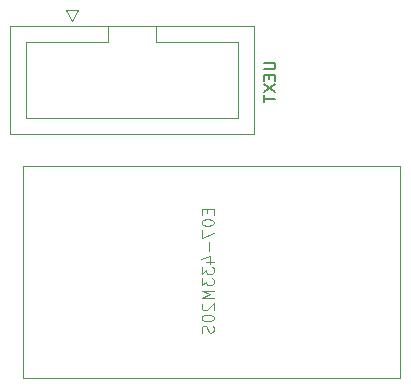
<source format=gbr>
%TF.GenerationSoftware,KiCad,Pcbnew,7.0.1-0*%
%TF.CreationDate,2023-08-23T15:05:40+02:00*%
%TF.ProjectId,ESP32SomfyPOE_bottom,45535033-3253-46f6-9d66-79504f455f62,rev?*%
%TF.SameCoordinates,Original*%
%TF.FileFunction,Legend,Bot*%
%TF.FilePolarity,Positive*%
%FSLAX46Y46*%
G04 Gerber Fmt 4.6, Leading zero omitted, Abs format (unit mm)*
G04 Created by KiCad (PCBNEW 7.0.1-0) date 2023-08-23 15:05:40*
%MOMM*%
%LPD*%
G01*
G04 APERTURE LIST*
%ADD10C,0.100000*%
%ADD11C,0.150000*%
%ADD12C,0.120000*%
G04 APERTURE END LIST*
D10*
%TO.C,E07-433M20S*%
X102903809Y-79250714D02*
X102903809Y-79584047D01*
X103427619Y-79726904D02*
X103427619Y-79250714D01*
X103427619Y-79250714D02*
X102427619Y-79250714D01*
X102427619Y-79250714D02*
X102427619Y-79726904D01*
X102427619Y-80345952D02*
X102427619Y-80441190D01*
X102427619Y-80441190D02*
X102475238Y-80536428D01*
X102475238Y-80536428D02*
X102522857Y-80584047D01*
X102522857Y-80584047D02*
X102618095Y-80631666D01*
X102618095Y-80631666D02*
X102808571Y-80679285D01*
X102808571Y-80679285D02*
X103046666Y-80679285D01*
X103046666Y-80679285D02*
X103237142Y-80631666D01*
X103237142Y-80631666D02*
X103332380Y-80584047D01*
X103332380Y-80584047D02*
X103380000Y-80536428D01*
X103380000Y-80536428D02*
X103427619Y-80441190D01*
X103427619Y-80441190D02*
X103427619Y-80345952D01*
X103427619Y-80345952D02*
X103380000Y-80250714D01*
X103380000Y-80250714D02*
X103332380Y-80203095D01*
X103332380Y-80203095D02*
X103237142Y-80155476D01*
X103237142Y-80155476D02*
X103046666Y-80107857D01*
X103046666Y-80107857D02*
X102808571Y-80107857D01*
X102808571Y-80107857D02*
X102618095Y-80155476D01*
X102618095Y-80155476D02*
X102522857Y-80203095D01*
X102522857Y-80203095D02*
X102475238Y-80250714D01*
X102475238Y-80250714D02*
X102427619Y-80345952D01*
X102427619Y-81012619D02*
X102427619Y-81679285D01*
X102427619Y-81679285D02*
X103427619Y-81250714D01*
X103046666Y-82060238D02*
X103046666Y-82822143D01*
X102760952Y-83726904D02*
X103427619Y-83726904D01*
X102380000Y-83488809D02*
X103094285Y-83250714D01*
X103094285Y-83250714D02*
X103094285Y-83869761D01*
X102427619Y-84155476D02*
X102427619Y-84774523D01*
X102427619Y-84774523D02*
X102808571Y-84441190D01*
X102808571Y-84441190D02*
X102808571Y-84584047D01*
X102808571Y-84584047D02*
X102856190Y-84679285D01*
X102856190Y-84679285D02*
X102903809Y-84726904D01*
X102903809Y-84726904D02*
X102999047Y-84774523D01*
X102999047Y-84774523D02*
X103237142Y-84774523D01*
X103237142Y-84774523D02*
X103332380Y-84726904D01*
X103332380Y-84726904D02*
X103380000Y-84679285D01*
X103380000Y-84679285D02*
X103427619Y-84584047D01*
X103427619Y-84584047D02*
X103427619Y-84298333D01*
X103427619Y-84298333D02*
X103380000Y-84203095D01*
X103380000Y-84203095D02*
X103332380Y-84155476D01*
X102427619Y-85107857D02*
X102427619Y-85726904D01*
X102427619Y-85726904D02*
X102808571Y-85393571D01*
X102808571Y-85393571D02*
X102808571Y-85536428D01*
X102808571Y-85536428D02*
X102856190Y-85631666D01*
X102856190Y-85631666D02*
X102903809Y-85679285D01*
X102903809Y-85679285D02*
X102999047Y-85726904D01*
X102999047Y-85726904D02*
X103237142Y-85726904D01*
X103237142Y-85726904D02*
X103332380Y-85679285D01*
X103332380Y-85679285D02*
X103380000Y-85631666D01*
X103380000Y-85631666D02*
X103427619Y-85536428D01*
X103427619Y-85536428D02*
X103427619Y-85250714D01*
X103427619Y-85250714D02*
X103380000Y-85155476D01*
X103380000Y-85155476D02*
X103332380Y-85107857D01*
X103427619Y-86155476D02*
X102427619Y-86155476D01*
X102427619Y-86155476D02*
X103141904Y-86488809D01*
X103141904Y-86488809D02*
X102427619Y-86822142D01*
X102427619Y-86822142D02*
X103427619Y-86822142D01*
X102522857Y-87250714D02*
X102475238Y-87298333D01*
X102475238Y-87298333D02*
X102427619Y-87393571D01*
X102427619Y-87393571D02*
X102427619Y-87631666D01*
X102427619Y-87631666D02*
X102475238Y-87726904D01*
X102475238Y-87726904D02*
X102522857Y-87774523D01*
X102522857Y-87774523D02*
X102618095Y-87822142D01*
X102618095Y-87822142D02*
X102713333Y-87822142D01*
X102713333Y-87822142D02*
X102856190Y-87774523D01*
X102856190Y-87774523D02*
X103427619Y-87203095D01*
X103427619Y-87203095D02*
X103427619Y-87822142D01*
X102427619Y-88441190D02*
X102427619Y-88536428D01*
X102427619Y-88536428D02*
X102475238Y-88631666D01*
X102475238Y-88631666D02*
X102522857Y-88679285D01*
X102522857Y-88679285D02*
X102618095Y-88726904D01*
X102618095Y-88726904D02*
X102808571Y-88774523D01*
X102808571Y-88774523D02*
X103046666Y-88774523D01*
X103046666Y-88774523D02*
X103237142Y-88726904D01*
X103237142Y-88726904D02*
X103332380Y-88679285D01*
X103332380Y-88679285D02*
X103380000Y-88631666D01*
X103380000Y-88631666D02*
X103427619Y-88536428D01*
X103427619Y-88536428D02*
X103427619Y-88441190D01*
X103427619Y-88441190D02*
X103380000Y-88345952D01*
X103380000Y-88345952D02*
X103332380Y-88298333D01*
X103332380Y-88298333D02*
X103237142Y-88250714D01*
X103237142Y-88250714D02*
X103046666Y-88203095D01*
X103046666Y-88203095D02*
X102808571Y-88203095D01*
X102808571Y-88203095D02*
X102618095Y-88250714D01*
X102618095Y-88250714D02*
X102522857Y-88298333D01*
X102522857Y-88298333D02*
X102475238Y-88345952D01*
X102475238Y-88345952D02*
X102427619Y-88441190D01*
X103380000Y-89155476D02*
X103427619Y-89298333D01*
X103427619Y-89298333D02*
X103427619Y-89536428D01*
X103427619Y-89536428D02*
X103380000Y-89631666D01*
X103380000Y-89631666D02*
X103332380Y-89679285D01*
X103332380Y-89679285D02*
X103237142Y-89726904D01*
X103237142Y-89726904D02*
X103141904Y-89726904D01*
X103141904Y-89726904D02*
X103046666Y-89679285D01*
X103046666Y-89679285D02*
X102999047Y-89631666D01*
X102999047Y-89631666D02*
X102951428Y-89536428D01*
X102951428Y-89536428D02*
X102903809Y-89345952D01*
X102903809Y-89345952D02*
X102856190Y-89250714D01*
X102856190Y-89250714D02*
X102808571Y-89203095D01*
X102808571Y-89203095D02*
X102713333Y-89155476D01*
X102713333Y-89155476D02*
X102618095Y-89155476D01*
X102618095Y-89155476D02*
X102522857Y-89203095D01*
X102522857Y-89203095D02*
X102475238Y-89250714D01*
X102475238Y-89250714D02*
X102427619Y-89345952D01*
X102427619Y-89345952D02*
X102427619Y-89584047D01*
X102427619Y-89584047D02*
X102475238Y-89726904D01*
D11*
%TO.C,UEXT*%
X107662619Y-66854762D02*
X108472142Y-66854762D01*
X108472142Y-66854762D02*
X108567380Y-66902381D01*
X108567380Y-66902381D02*
X108615000Y-66950000D01*
X108615000Y-66950000D02*
X108662619Y-67045238D01*
X108662619Y-67045238D02*
X108662619Y-67235714D01*
X108662619Y-67235714D02*
X108615000Y-67330952D01*
X108615000Y-67330952D02*
X108567380Y-67378571D01*
X108567380Y-67378571D02*
X108472142Y-67426190D01*
X108472142Y-67426190D02*
X107662619Y-67426190D01*
X108138809Y-67902381D02*
X108138809Y-68235714D01*
X108662619Y-68378571D02*
X108662619Y-67902381D01*
X108662619Y-67902381D02*
X107662619Y-67902381D01*
X107662619Y-67902381D02*
X107662619Y-68378571D01*
X107662619Y-68711905D02*
X108662619Y-69378571D01*
X107662619Y-69378571D02*
X108662619Y-68711905D01*
X107662619Y-69616667D02*
X107662619Y-70188095D01*
X108662619Y-69902381D02*
X107662619Y-69902381D01*
D10*
%TO.C,E07-433M20S*%
X87249000Y-75577000D02*
X119249000Y-75577000D01*
X119249000Y-75577000D02*
X119249000Y-93577000D01*
X119249000Y-93577000D02*
X87249000Y-93577000D01*
X87249000Y-93577000D02*
X87249000Y-75577000D01*
D12*
%TO.C,UEXT*%
X91940000Y-62376000D02*
X91440000Y-63376000D01*
X90940000Y-62376000D02*
X91940000Y-62376000D01*
X91440000Y-63376000D02*
X90940000Y-62376000D01*
X106810000Y-63766000D02*
X86230000Y-63766000D01*
X94470000Y-63766000D02*
X94470000Y-65076000D01*
X86230000Y-63766000D02*
X86230000Y-72886000D01*
X105510000Y-65076000D02*
X98570000Y-65076000D01*
X98570000Y-65076000D02*
X98570000Y-63766000D01*
X98570000Y-65076000D02*
X98570000Y-65076000D01*
X94470000Y-65076000D02*
X87530000Y-65076000D01*
X87530000Y-65076000D02*
X87530000Y-71576000D01*
X105510000Y-71576000D02*
X105510000Y-65076000D01*
X87530000Y-71576000D02*
X105510000Y-71576000D01*
X106810000Y-72886000D02*
X106810000Y-63766000D01*
X86230000Y-72886000D02*
X106810000Y-72886000D01*
%TD*%
M02*

</source>
